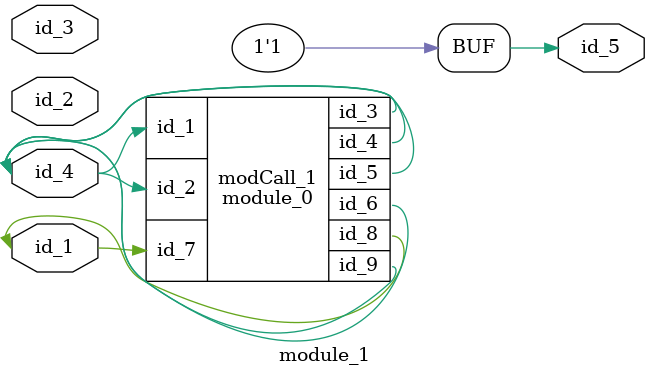
<source format=v>
module module_0 (
    id_1,
    id_2,
    id_3,
    id_4,
    id_5,
    id_6,
    id_7,
    id_8,
    id_9
);
  inout wire id_9;
  inout wire id_8;
  input wire id_7;
  inout wire id_6;
  output wire id_5;
  output wire id_4;
  inout wire id_3;
  input wire id_2;
  input wire id_1;
  wire id_10;
  wire id_11;
  initial id_4 = id_6;
  assign module_1.id_5 = 0;
endmodule
module module_1 (
    id_1,
    id_2,
    id_3,
    id_4,
    id_5
);
  output wire id_5;
  inout wire id_4;
  input wire id_3;
  input wire id_2;
  inout wire id_1;
  assign id_5 = -1;
  module_0 modCall_1 (
      id_4,
      id_4,
      id_4,
      id_4,
      id_4,
      id_4,
      id_1,
      id_1,
      id_4
  );
endmodule

</source>
